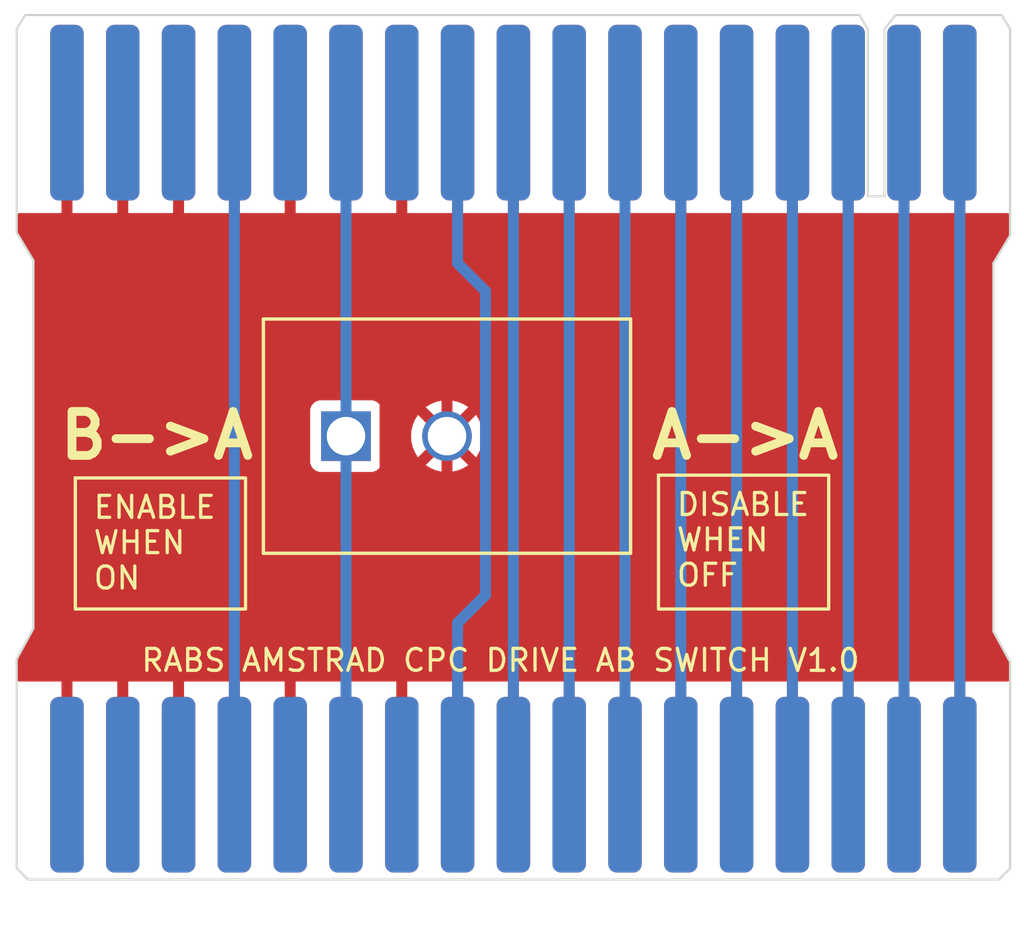
<source format=kicad_pcb>
(kicad_pcb (version 20221018) (generator pcbnew)
  (layers (0 "F.Cu" signal) (31 "B.Cu" signal) (34 "B.Paste" user) (35 "F.Paste" user) (36 "B.SilkS" user "B.Silkscreen") (37 "F.SilkS" user "F.Silkscreen") (38 "B.Mask" user) (39 "F.Mask" user) (44 "Edge.Cuts" user))
  (net 0 "")
  (net 1 "/~{READY}")
  (net 2 "/GND")
  (net 3 "/~{SIDE_1_SELECT}")
  (net 4 "/~{READ_DATA}")
  (net 5 "/~{WRITE_PROTECT}")
  (net 6 "/~{TRACK_0}")
  (net 7 "/~{WRITE_GATE}")
  (net 8 "/~{WRITE_DATA}")
  (net 9 "/~{STEP}")
  (net 10 "/~{MOTOR_ON}")
  (net 11 "/~{DRIVE_SELECT_1}")
  (net 12 "/~{INDEX}")
  (net 14 "/~{DIRECTION_SELECT}")
  (footprint "Amstrad CPC:Amstrad_CPC_Disc_Drive_2_socket" (layer "F.Cu") (at 157.988 74.803)
    (fp_text reference "J2" hide)
    (fp_text value "Amstrad CPC Disc Drive 2 Socket" hide)
    (pad "1" smd roundrect (at 12.7 -6.604) (size 1.524 8) (layers "B.Cu" "B.Paste" "B.Mask") (net 1 "/~{READY}"))
    (pad "2" smd roundrect (at 12.7 -6.604) (size 1.524 8) (layers "F.Cu" "F.Paste" "F.Mask") (net 2 "/GND"))
    (pad "3" smd roundrect (at 10.16 -6.604) (size 1.524 8) (layers "B.Cu" "B.Paste" "B.Mask") (net 3 "/~{SIDE_1_SELECT}"))
    (pad "4" smd roundrect (at 10.16 -6.604) (size 1.524 8) (layers "F.Cu" "F.Paste" "F.Mask") (net 2 "/GND"))
    (pad "5" smd roundrect (at 7.62 -6.604) (size 1.524 8) (layers "B.Cu" "B.Paste" "B.Mask") (net 4 "/~{READ_DATA}"))
    (pad "6" smd roundrect (at 7.62 -6.604) (size 1.524 8) (layers "F.Cu" "F.Paste" "F.Mask") (net 2 "/GND"))
    (pad "7" smd roundrect (at 5.08 -6.604) (size 1.524 8) (layers "B.Cu" "B.Paste" "B.Mask") (net 5 "/~{WRITE_PROTECT}"))
    (pad "8" smd roundrect (at 5.08 -6.604) (size 1.524 8) (layers "F.Cu" "F.Paste" "F.Mask") (net 2 "/GND"))
    (pad "9" smd roundrect (at 2.54 -6.604) (size 1.524 8) (layers "B.Cu" "B.Paste" "B.Mask") (net 6 "/~{TRACK_0}"))
    (pad "10" smd roundrect (at 2.54 -6.604) (size 1.524 8) (layers "F.Cu" "F.Paste" "F.Mask") (net 2 "/GND"))
    (pad "11" smd roundrect (at 0 -6.604) (size 1.524 8) (layers "B.Cu" "B.Paste" "B.Mask") (net 7 "/~{WRITE_GATE}"))
    (pad "12" smd roundrect (at 0 -6.604) (size 1.524 8) (layers "F.Cu" "F.Paste" "F.Mask") (net 2 "/GND"))
    (pad "13" smd roundrect (at -2.54 -6.604) (size 1.524 8) (layers "B.Cu" "B.Paste" "B.Mask") (net 8 "/~{WRITE_DATA}"))
    (pad "14" smd roundrect (at -2.54 -6.604) (size 1.524 8) (layers "F.Cu" "F.Paste" "F.Mask") (net 2 "/GND"))
    (pad "15" smd roundrect (at -5.08 -6.604) (size 1.524 8) (layers "B.Cu" "B.Paste" "B.Mask") (net 9 "/~{STEP}"))
    (pad "16" smd roundrect (at -5.08 -6.604) (size 1.524 8) (layers "F.Cu" "F.Paste" "F.Mask") (net 2 "/GND"))
    (pad "17" smd roundrect (at -7.62 -6.604) (size 1.524 8) (layers "B.Cu" "B.Paste" "B.Mask") (net 14 "/~{DIRECTION_SELECT}"))
    (pad "18" smd roundrect (at -7.62 -6.604) (size 1.524 8) (layers "F.Cu" "F.Paste" "F.Mask") (net 2 "/GND"))
    (pad "19" smd roundrect (at -10.16 -6.604) (size 1.524 8) (layers "B.Cu" "B.Paste" "B.Mask") (net 10 "/~{MOTOR_ON}"))
    (pad "20" smd roundrect (at -10.16 -6.604) (size 1.524 8) (layers "F.Cu" "F.Paste" "F.Mask") (net 2 "/GND"))
    (pad "21" smd roundrect (at -12.7 -6.604) (size 1.524 8) (layers "B.Cu" "B.Paste" "B.Mask"))
    (pad "22" smd roundrect (at -12.7 -6.604) (size 1.524 8) (layers "F.Cu" "F.Paste" "F.Mask") (net 2 "/GND"))
    (pad "23" smd roundrect (at -15.24 -6.604) (size 1.524 8) (layers "B.Cu" "B.Paste" "B.Mask") (net 11 "/~{DRIVE_SELECT_1}"))
    (pad "24" smd roundrect (at -15.24 -6.604) (size 1.524 8) (layers "F.Cu" "F.Paste" "F.Mask") (net 2 "/GND"))
    (pad "25" smd roundrect (at -17.78 -6.604) (size 1.524 8) (layers "B.Cu" "B.Paste" "B.Mask"))
    (pad "26" smd roundrect (at -17.78 -6.604) (size 1.524 8) (layers "F.Cu" "F.Paste" "F.Mask") (net 2 "/GND"))
    (pad "27" smd roundrect (at -20.32 -6.604) (size 1.524 8) (layers "B.Cu" "B.Paste" "B.Mask") (net 12 "/~{INDEX}"))
    (pad "28" smd roundrect (at -20.32 -6.604) (size 1.524 8) (layers "F.Cu" "F.Paste" "F.Mask") (net 2 "/GND"))
    (pad "29" smd roundrect (at -22.86 -6.604) (size 1.524 8) (layers "B.Cu" "B.Paste" "B.Mask"))
    (pad "30" smd roundrect (at -22.86 -6.604) (size 1.524 8) (layers "F.Cu" "F.Paste" "F.Mask") (net 2 "/GND"))
    (pad "31" smd roundrect (at -25.4 -6.604) (size 1.524 8) (layers "B.Cu" "B.Paste" "B.Mask"))
    (pad "32" smd roundrect (at -25.4 -6.604) (size 1.524 8) (layers "F.Cu" "F.Paste" "F.Mask") (net 2 "/GND"))
    (pad "33" smd roundrect (at -27.94 -6.604) (size 1.524 8) (layers "B.Cu" "B.Paste" "B.Mask"))
    (pad "34" smd roundrect (at -27.94 -6.604) (size 1.524 8) (layers "F.Cu" "F.Paste" "F.Mask") (net 2 "/GND"))
  )
  (footprint "Amstrad CPC:Amstrad_CPC_Disc_Drive_2_socket" (layer "F.Cu") (at 157.988 44.196)
    (fp_text reference "J1" hide)
    (fp_text value "Amstrad CPC Disc Drive 2 Socket" hide)
    (pad "1" smd roundrect (at 12.7 -6.604) (size 1.524 8) (layers "B.Cu" "B.Paste" "B.Mask") (net 1 "/~{READY}"))
    (pad "2" smd roundrect (at 12.7 -6.604) (size 1.524 8) (layers "F.Cu" "F.Paste" "F.Mask") (net 2 "/GND"))
    (pad "3" smd roundrect (at 10.16 -6.604) (size 1.524 8) (layers "B.Cu" "B.Paste" "B.Mask") (net 3 "/~{SIDE_1_SELECT}"))
    (pad "4" smd roundrect (at 10.16 -6.604) (size 1.524 8) (layers "F.Cu" "F.Paste" "F.Mask") (net 2 "/GND"))
    (pad "5" smd roundrect (at 7.62 -6.604) (size 1.524 8) (layers "B.Cu" "B.Paste" "B.Mask") (net 4 "/~{READ_DATA}"))
    (pad "6" smd roundrect (at 7.62 -6.604) (size 1.524 8) (layers "F.Cu" "F.Paste" "F.Mask") (net 2 "/GND"))
    (pad "7" smd roundrect (at 5.08 -6.604) (size 1.524 8) (layers "B.Cu" "B.Paste" "B.Mask") (net 5 "/~{WRITE_PROTECT}"))
    (pad "8" smd roundrect (at 5.08 -6.604) (size 1.524 8) (layers "F.Cu" "F.Paste" "F.Mask") (net 2 "/GND"))
    (pad "9" smd roundrect (at 2.54 -6.604) (size 1.524 8) (layers "B.Cu" "B.Paste" "B.Mask") (net 6 "/~{TRACK_0}"))
    (pad "10" smd roundrect (at 2.54 -6.604) (size 1.524 8) (layers "F.Cu" "F.Paste" "F.Mask") (net 2 "/GND"))
    (pad "11" smd roundrect (at 0 -6.604) (size 1.524 8) (layers "B.Cu" "B.Paste" "B.Mask") (net 7 "/~{WRITE_GATE}"))
    (pad "12" smd roundrect (at 0 -6.604) (size 1.524 8) (layers "F.Cu" "F.Paste" "F.Mask") (net 2 "/GND"))
    (pad "13" smd roundrect (at -2.54 -6.604) (size 1.524 8) (layers "B.Cu" "B.Paste" "B.Mask") (net 8 "/~{WRITE_DATA}"))
    (pad "14" smd roundrect (at -2.54 -6.604) (size 1.524 8) (layers "F.Cu" "F.Paste" "F.Mask") (net 2 "/GND"))
    (pad "15" smd roundrect (at -5.08 -6.604) (size 1.524 8) (layers "B.Cu" "B.Paste" "B.Mask") (net 9 "/~{STEP}"))
    (pad "16" smd roundrect (at -5.08 -6.604) (size 1.524 8) (layers "F.Cu" "F.Paste" "F.Mask") (net 2 "/GND"))
    (pad "17" smd roundrect (at -7.62 -6.604) (size 1.524 8) (layers "B.Cu" "B.Paste" "B.Mask") (net 14 "/~{DIRECTION_SELECT}"))
    (pad "18" smd roundrect (at -7.62 -6.604) (size 1.524 8) (layers "F.Cu" "F.Paste" "F.Mask") (net 2 "/GND"))
    (pad "19" smd roundrect (at -10.16 -6.604) (size 1.524 8) (layers "B.Cu" "B.Paste" "B.Mask") (net 10 "/~{MOTOR_ON}"))
    (pad "20" smd roundrect (at -10.16 -6.604) (size 1.524 8) (layers "F.Cu" "F.Paste" "F.Mask") (net 2 "/GND"))
    (pad "21" smd roundrect (at -12.7 -6.604) (size 1.524 8) (layers "B.Cu" "B.Paste" "B.Mask"))
    (pad "22" smd roundrect (at -12.7 -6.604) (size 1.524 8) (layers "F.Cu" "F.Paste" "F.Mask") (net 2 "/GND"))
    (pad "23" smd roundrect (at -15.24 -6.604) (size 1.524 8) (layers "B.Cu" "B.Paste" "B.Mask") (net 11 "/~{DRIVE_SELECT_1}"))
    (pad "24" smd roundrect (at -15.24 -6.604) (size 1.524 8) (layers "F.Cu" "F.Paste" "F.Mask") (net 2 "/GND"))
    (pad "25" smd roundrect (at -17.78 -6.604) (size 1.524 8) (layers "B.Cu" "B.Paste" "B.Mask"))
    (pad "26" smd roundrect (at -17.78 -6.604) (size 1.524 8) (layers "F.Cu" "F.Paste" "F.Mask") (net 2 "/GND"))
    (pad "27" smd roundrect (at -20.32 -6.604) (size 1.524 8) (layers "B.Cu" "B.Paste" "B.Mask") (net 12 "/~{INDEX}"))
    (pad "28" smd roundrect (at -20.32 -6.604) (size 1.524 8) (layers "F.Cu" "F.Paste" "F.Mask") (net 2 "/GND"))
    (pad "29" smd roundrect (at -22.86 -6.604) (size 1.524 8) (layers "B.Cu" "B.Paste" "B.Mask"))
    (pad "30" smd roundrect (at -22.86 -6.604) (size 1.524 8) (layers "F.Cu" "F.Paste" "F.Mask") (net 2 "/GND"))
    (pad "31" smd roundrect (at -25.4 -6.604) (size 1.524 8) (layers "B.Cu" "B.Paste" "B.Mask"))
    (pad "32" smd roundrect (at -25.4 -6.604) (size 1.524 8) (layers "F.Cu" "F.Paste" "F.Mask") (net 2 "/GND"))
    (pad "33" smd roundrect (at -27.94 -6.604) (size 1.524 8) (layers "B.Cu" "B.Paste" "B.Mask"))
    (pad "34" smd roundrect (at -27.94 -6.604) (size 1.524 8) (layers "F.Cu" "F.Paste" "F.Mask") (net 2 "/GND"))
  )
  (footprint "SPST Slide Switch:SW2_GF-123-0054_CWI" (layer "F.Cu") (at 142.748 52.324 90)
    (fp_text reference "SW1" hide)
    (fp_text value "GF-123-0054" hide)
    (fp_line (start -5.334 -3.7592) (end -5.334 12.954) (stroke (width 0.1524)) (layer "F.SilkS"))
    (fp_line (start -5.334 12.954) (end 5.334 12.954) (stroke (width 0.1524)) (layer "F.SilkS"))
    (fp_line (start 5.334 -3.7592) (end -5.334 -3.7592) (stroke (width 0.1524)) (layer "F.SilkS"))
    (fp_line (start 5.334 12.954) (end 5.334 -3.7592) (stroke (width 0.1524)) (layer "F.SilkS"))
    (pad "1" thru_hole rect (at 0 0 90) (size 2.2606 2.2606) (drill 1.7526) (layers "*.Cu" "*.Mask") (net 11 "/~{DRIVE_SELECT_1}"))
    (pad "2" thru_hole circle (at 0 4.5974 90) (size 2.2606 2.2606) (drill 1.7526) (layers "*.Cu" "*.Mask") (net 2 "/GND"))
  )
  (gr_line (start 167.259 41.402) (end 166.497 41.402) (stroke (width 0.1)) (layer "Edge.Cuts"))
  (gr_line (start 172.974 43.18) (end 172.212 44.45) (stroke (width 0.1)) (layer "Edge.Cuts"))
  (gr_line (start 167.259 33.782) (end 167.259 41.402) (stroke (width 0.1)) (layer "Edge.Cuts"))
  (gr_line (start 172.974 62.611) (end 172.974 72.009) (stroke (width 0.1)) (layer "Edge.Cuts"))
  (gr_line (start 127.762 72.009) (end 128.27 72.517) (stroke (width 0.1)) (layer "Edge.Cuts"))
  (gr_line (start 172.212 44.45) (end 172.212 61.214) (stroke (width 0.1)) (layer "Edge.Cuts"))
  (gr_line (start 167.767 33.147) (end 172.593 33.147) (stroke (width 0.1)) (layer "Edge.Cuts"))
  (gr_line (start 172.974 43.18) (end 172.974 33.782) (stroke (width 0.1)) (layer "Edge.Cuts"))
  (gr_line (start 127.762 62.484) (end 127.762 72.009) (stroke (width 0.1)) (layer "Edge.Cuts"))
  (gr_line (start 172.212 61.214) (end 172.974 62.611) (stroke (width 0.1)) (layer "Edge.Cuts"))
  (gr_line (start 166.116 33.147) (end 128.143 33.147) (stroke (width 0.1)) (layer "Edge.Cuts"))
  (gr_line (start 128.143 33.147) (end 127.762 33.782) (stroke (width 0.1)) (layer "Edge.Cuts"))
  (gr_line (start 167.767 33.147) (end 167.259 33.782) (stroke (width 0.1)) (layer "Edge.Cuts"))
  (gr_line (start 128.524 44.323) (end 128.524 61.087) (stroke (width 0.1)) (layer "Edge.Cuts"))
  (gr_line (start 172.466 72.517) (end 172.974 72.009) (stroke (width 0.1)) (layer "Edge.Cuts"))
  (gr_line (start 166.497 41.402) (end 166.497 33.782) (stroke (width 0.1)) (layer "Edge.Cuts"))
  (gr_line (start 127.762 43.053) (end 127.762 33.782) (stroke (width 0.1)) (layer "Edge.Cuts"))
  (gr_line (start 127.762 43.053) (end 128.524 44.323) (stroke (width 0.1)) (layer "Edge.Cuts"))
  (gr_line (start 128.524 61.087) (end 127.762 62.484) (stroke (width 0.1)) (layer "Edge.Cuts"))
  (gr_line (start 166.497 33.782) (end 166.116 33.147) (stroke (width 0.1)) (layer "Edge.Cuts"))
  (gr_line (start 128.27 72.517) (end 172.466 72.517) (stroke (width 0.1)) (layer "Edge.Cuts"))
  (gr_line (start 172.974 33.782) (end 172.593 33.147) (stroke (width 0.1)) (layer "Edge.Cuts"))
  (gr_text "RABS AMSTRAD CPC DRIVE AB SWITCH V1.0" (at 133.35 63.119) (layer "F.SilkS") (effects (font (size 1 1)) (justify left bottom)))
  (gr_text "B->A" (at 129.54 53.467) (layer "F.SilkS") (effects (font (size 2 2) (thickness 0.4) bold) (justify left bottom)))
  (gr_text "A->A" (at 156.464 53.467) (layer "F.SilkS") (effects (font (size 2 2) (thickness 0.4) bold) (justify left bottom)))
  (gr_text_box "ENABLE WHEN ON" (start 130.429 54.229) (end 138.176 60.198) (layer "F.SilkS") (effects (font (size 1 1)) (justify left top)) (stroke (width 0.15)))
  (gr_text_box "DISABLE WHEN OFF" (start 156.972 54.102) (end 164.719 60.198) (layer "F.SilkS") (effects (font (size 1 1)) (justify left top)) (stroke (width 0.15)))
  (segment (start 170.688 68.199) (end 170.688 37.592) (width 0.5) (layer "B.Cu") (net 1))
  (segment (start 160.528 68.199) (end 160.528 37.592) (width 0.5) (layer "F.Cu") (net 2))
  (segment (start 147.828 43.942) (end 147.828 37.592) (width 0.5) (layer "F.Cu") (net 2))
  (segment (start 163.068 68.199) (end 163.068 37.592) (width 0.5) (layer "F.Cu") (net 2))
  (segment (start 165.608 68.199) (end 165.608 37.592) (width 0.5) (layer "F.Cu") (net 2))
  (segment (start 147.3454 44.4754) (end 147.32 44.45) (width 0.5) (layer "F.Cu") (net 2))
  (segment (start 140.208 37.592) (end 140.208 68.199) (width 0.5) (layer "F.Cu") (net 2))
  (segment (start 142.748 56.134) (end 144.526 54.356) (width 0.5) (layer "F.Cu") (net 2))
  (segment (start 144.526 50.419) (end 142.748 48.641) (width 0.5) (layer "F.Cu") (net 2))
  (segment (start 170.688 68.199) (end 170.688 37.592) (width 0.5) (layer "F.Cu") (net 2))
  (segment (start 147.828 68.199) (end 147.828 59.817) (width 0.5) (layer "F.Cu") (net 2))
  (segment (start 152.908 68.199) (end 152.908 37.592) (width 0.5) (layer "F.Cu") (net 2))
  (segment (start 145.288 68.199) (end 145.288 37.592) (width 0.5) (layer "F.Cu") (net 2))
  (segment (start 137.668 37.592) (end 137.668 68.199) (width 0.5) (layer "F.Cu") (net 2))
  (segment (start 132.588 37.592) (end 132.588 68.199) (width 0.5) (layer "F.Cu") (net 2))
  (segment (start 144.526 54.356) (end 144.526 50.419) (width 0.5) (layer "F.Cu") (net 2))
  (segment (start 147.3454 59.3344) (end 147.3454 52.324) (width 0.5) (layer "F.Cu") (net 2))
  (segment (start 155.448 68.199) (end 155.448 37.592) (width 0.5) (layer "F.Cu") (net 2))
  (segment (start 147.3454 52.324) (end 147.3454 44.4754) (width 0.5) (layer "F.Cu") (net 2))
  (segment (start 168.148 68.199) (end 168.148 37.592) (width 0.5) (layer "F.Cu") (net 2))
  (segment (start 130.048 37.592) (end 130.048 68.199) (width 0.5) (layer "F.Cu") (net 2))
  (segment (start 142.748 68.199) (end 142.748 56.134) (width 0.5) (layer "F.Cu") (net 2))
  (segment (start 135.128 37.592) (end 135.128 68.199) (width 0.5) (layer "F.Cu") (net 2))
  (segment (start 142.748 48.641) (end 142.748 37.592) (width 0.5) (layer "F.Cu") (net 2))
  (segment (start 157.988 68.199) (end 157.988 37.592) (width 0.5) (layer "F.Cu") (net 2))
  (segment (start 147.828 59.817) (end 147.3454 59.3344) (width 0.5) (layer "F.Cu") (net 2))
  (segment (start 150.368 68.199) (end 150.368 37.592) (width 0.5) (layer "F.Cu") (net 2))
  (segment (start 147.32 44.45) (end 147.828 43.942) (width 0.5) (layer "F.Cu") (net 2))
  (segment (start 168.148 68.199) (end 168.148 37.592) (width 0.5) (layer "B.Cu") (net 3))
  (segment (start 165.608 68.199) (end 165.608 37.592) (width 0.5) (layer "B.Cu") (net 4))
  (segment (start 163.068 68.199) (end 163.068 37.592) (width 0.5) (layer "B.Cu") (net 5))
  (segment (start 160.528 68.199) (end 160.528 37.592) (width 0.5) (layer "B.Cu") (net 6))
  (segment (start 157.988 68.199) (end 157.988 37.592) (width 0.5) (layer "B.Cu") (net 7))
  (segment (start 155.448 68.199) (end 155.448 37.592) (width 0.5) (layer "B.Cu") (net 8))
  (segment (start 152.908 68.199) (end 152.908 37.592) (width 0.5) (layer "B.Cu") (net 9))
  (segment (start 149.098 45.72) (end 147.828 44.45) (width 0.5) (layer "B.Cu") (net 10))
  (segment (start 147.828 68.199) (end 147.828 60.833) (width 0.5) (layer "B.Cu") (net 10))
  (segment (start 149.098 59.563) (end 149.098 45.72) (width 0.5) (layer "B.Cu") (net 10))
  (segment (start 147.828 44.45) (end 147.828 37.592) (width 0.5) (layer "B.Cu") (net 10))
  (segment (start 147.828 60.833) (end 149.098 59.563) (width 0.5) (layer "B.Cu") (net 10))
  (segment (start 142.748 52.324) (end 142.748 37.592) (width 0.5) (layer "B.Cu") (net 11))
  (segment (start 142.748 68.199) (end 142.748 52.324) (width 0.5) (layer "B.Cu") (net 11))
  (segment (start 137.668 68.199) (end 137.668 37.592) (width 0.5) (layer "B.Cu") (net 12))
  (segment (start 150.368 68.199) (end 150.368 37.592) (width 0.5) (layer "B.Cu") (net 14))
  (zone (net 2) (net_name "/GND") (layer "F.Cu") (connect_pads (clearance 0.5)) (min_thickness 0.25) (fill yes (thermal_gap 0.5) (thermal_bridge_width 0.5))
    (polygon (pts (xy 127 42.164) (xy 127 63.5) (xy 173.609 63.5) (xy 173.609 42.164)))
  )
)
</source>
